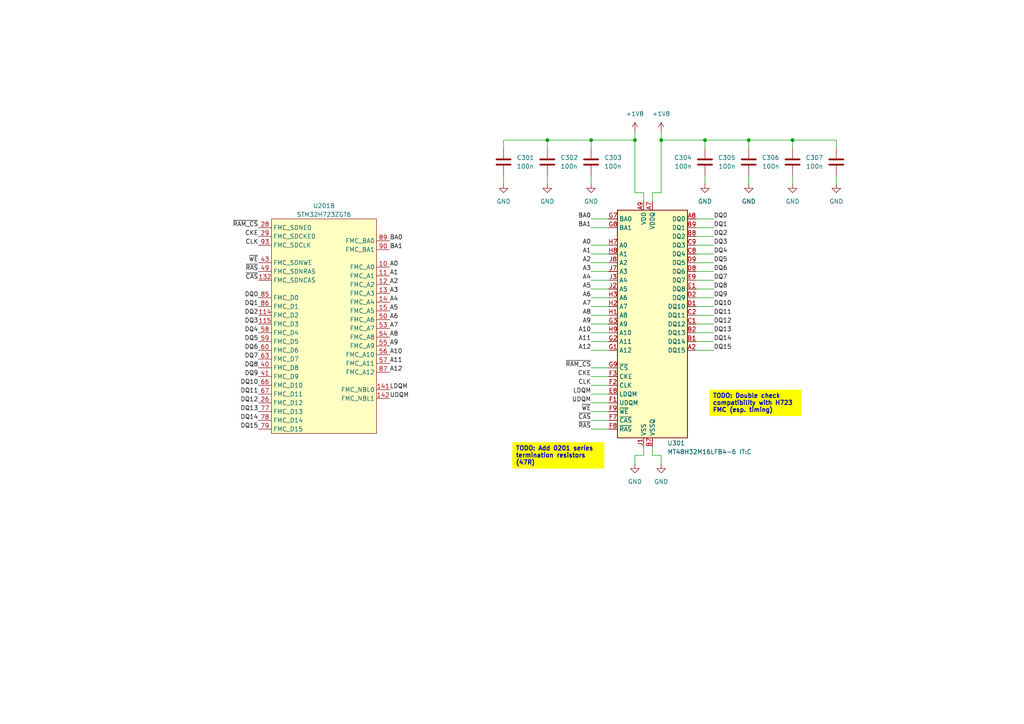
<source format=kicad_sch>
(kicad_sch (version 20231120) (generator "eeschema") (generator_version "8.0")
  (paper "A4")
  (lib_symbols
    (symbol "Device:C" (pin_numbers hide) (pin_names (offset 0.254))
      (property "Reference" "C" (at 0.635 2.54 0))
      (property "Value" "C" (at 0.635 -2.54 0))
      (symbol "C_0_1"
        (polyline (pts (xy -2.032 -0.762) (xy 2.032 -0.762)) (stroke (width 0.508)))
        (polyline (pts (xy -2.032 0.762) (xy 2.032 0.762)) (stroke (width 0.508)))
      )
      (symbol "C_1_1"
        (pin passive line (at 0 3.81 270) (length 2.794) (name "~") (number "1"))
        (pin passive line (at 0 -3.81 90) (length 2.794) (name "~") (number "2"))
      )
    )
    (symbol "FTCU:MT48H32M16LFB4-6"
      (property "Reference" "U" (at -8.89 34.29 0))
      (property "Value" "MT48H32M16LFB4-6" (at 11.684 34.544 0))
      (symbol "MT48H32M16LFB4-6_0_1"
        (rectangle (start -10.16 33.02) (end 10.16 -33.02) (stroke (width 0.254)) (fill (type background)))
      )
      (symbol "MT48H32M16LFB4-6_1_1"
        (pin passive line (at -2.54 -35.56 90) (length 2.54) hide (name "VSS") (number "A1"))
        (pin bidirectional line (at 12.7 -7.62 180) (length 2.54) (name "DQ15") (number "A2"))
        (pin passive line (at 0 -35.56 90) (length 2.54) hide (name "VSSQ") (number "A3"))
        (pin power_in line (at 0 35.56 270) (length 2.54) (name "VDDQ") (number "A7"))
        (pin bidirectional line (at 12.7 30.48 180) (length 2.54) (name "DQ0") (number "A8"))
        (pin power_in line (at -2.54 35.56 270) (length 2.54) (name "VDD") (number "A9"))
        (pin bidirectional line (at 12.7 -5.08 180) (length 2.54) (name "DQ14") (number "B1"))
        (pin bidirectional line (at 12.7 -2.54 180) (length 2.54) (name "DQ13") (number "B2"))
        (pin passive line (at 0 35.56 270) (length 2.54) hide (name "VDDQ") (number "B3"))
        (pin power_in line (at 0 -35.56 90) (length 2.54) (name "VSSQ") (number "B7"))
        (pin bidirectional line (at 12.7 25.4 180) (length 2.54) (name "DQ2") (number "B8"))
        (pin bidirectional line (at 12.7 27.94 180) (length 2.54) (name "DQ1") (number "B9"))
        (pin bidirectional line (at 12.7 0 180) (length 2.54) (name "DQ12") (number "C1"))
        (pin bidirectional line (at 12.7 2.54 180) (length 2.54) (name "DQ11") (number "C2"))
        (pin passive line (at 0 -35.56 90) (length 2.54) hide (name "VSSQ") (number "C3"))
        (pin passive line (at 0 35.56 270) (length 2.54) hide (name "VDDQ") (number "C7"))
        (pin bidirectional line (at 12.7 20.32 180) (length 2.54) (name "DQ4") (number "C8"))
        (pin bidirectional line (at 12.7 22.86 180) (length 2.54) (name "DQ3") (number "C9"))
        (pin bidirectional line (at 12.7 5.08 180) (length 2.54) (name "DQ10") (number "D1"))
        (pin bidirectional line (at 12.7 7.62 180) (length 2.54) (name "DQ9") (number "D2"))
        (pin passive line (at 0 35.56 270) (length 2.54) hide (name "VDDQ") (number "D3"))
        (pin passive line (at 0 -35.56 90) (length 2.54) hide (name "VSSQ") (number "D7"))
        (pin bidirectional line (at 12.7 15.24 180) (length 2.54) (name "DQ6") (number "D8"))
        (pin bidirectional line (at 12.7 17.78 180) (length 2.54) (name "DQ5") (number "D9"))
        (pin bidirectional line (at 12.7 10.16 180) (length 2.54) (name "DQ8") (number "E1"))
        (pin no_connect line (at 10.16 -20.32 180) (length 2.54) hide (name "DNU") (number "E2"))
        (pin passive line (at -2.54 -35.56 90) (length 2.54) hide (name "VSS") (number "E3"))
        (pin passive line (at -2.54 35.56 270) (length 2.54) hide (name "VDD") (number "E7"))
        (pin input line (at -12.7 -20.32 0) (length 2.54) (name "LDQM") (number "E8"))
        (pin bidirectional line (at 12.7 12.7 180) (length 2.54) (name "DQ7") (number "E9"))
        (pin input line (at -12.7 -22.86 0) (length 2.54) (name "UDQM") (number "F1"))
        (pin input line (at -12.7 -17.78 0) (length 2.54) (name "CLK") (number "F2"))
        (pin input line (at -12.7 -15.24 0) (length 2.54) (name "CKE") (number "F3"))
        (pin input line (at -12.7 -27.94 0) (length 2.54) (name "~{CAS}") (number "F7"))
        (pin input line (at -12.7 -30.48 0) (length 2.54) (name "~{RAS}") (number "F8"))
        (pin input line (at -12.7 -25.4 0) (length 2.54) (name "~{WE}") (number "F9"))
        (pin input line (at -12.7 -7.62 0) (length 2.54) (name "A12") (number "G1"))
        (pin input line (at -12.7 -5.08 0) (length 2.54) (name "A11") (number "G2"))
        (pin input line (at -12.7 0 0) (length 2.54) (name "A9") (number "G3"))
        (pin input line (at -12.7 30.48 0) (length 2.54) (name "BA0") (number "G7"))
        (pin input line (at -12.7 27.94 0) (length 2.54) (name "BA1") (number "G8"))
        (pin input line (at -12.7 -12.7 0) (length 2.54) (name "~{CS}") (number "G9"))
        (pin input line (at -12.7 2.54 0) (length 2.54) (name "A8") (number "H1"))
        (pin input line (at -12.7 5.08 0) (length 2.54) (name "A7") (number "H2"))
        (pin input line (at -12.7 7.62 0) (length 2.54) (name "A6") (number "H3"))
        (pin input line (at -12.7 22.86 0) (length 2.54) (name "A0") (number "H7"))
        (pin input line (at -12.7 20.32 0) (length 2.54) (name "A1") (number "H8"))
        (pin input line (at -12.7 -2.54 0) (length 2.54) (name "A10") (number "H9"))
        (pin power_in line (at -2.54 -35.56 90) (length 2.54) (name "VSS") (number "J1"))
        (pin input line (at -12.7 10.16 0) (length 2.54) (name "A5") (number "J2"))
        (pin input line (at -12.7 12.7 0) (length 2.54) (name "A4") (number "J3"))
        (pin input line (at -12.7 15.24 0) (length 2.54) (name "A3") (number "J7"))
        (pin input line (at -12.7 17.78 0) (length 2.54) (name "A2") (number "J8"))
        (pin passive line (at -2.54 35.56 270) (length 2.54) hide (name "VDD") (number "J9"))
      )
    )
    (symbol "FTCU:STM32H723ZG"
      (property "Reference" "U" (at 0 16.764 0))
      (symbol "STM32H723ZG_1_1"
        (rectangle (start -8.89 8.89) (end 7.62 -10.16) (fill (type background)))
        (pin passive line (at 1.27 12.7 270) (length 3.81) hide (name "VCAP") (number "106"))
        (pin passive line (at -1.27 -13.97 90) (length 3.81) hide (name "VSS") (number "107"))
        (pin passive line (at -6.35 12.7 270) (length 3.81) hide (name "VDD") (number "108"))
        (pin passive line (at -1.27 -13.97 90) (length 3.81) hide (name "VSS") (number "120"))
        (pin passive line (at -6.35 12.7 270) (length 3.81) hide (name "VDD") (number "121"))
        (pin passive line (at -1.27 -13.97 90) (length 3.81) hide (name "VSS") (number "130"))
        (pin passive line (at -6.35 12.7 270) (length 3.81) hide (name "VDD") (number "131"))
        (pin passive line (at -6.35 12.7 270) (length 3.81) hide (name "VDD") (number "144"))
        (pin power_in line (at -1.27 -13.97 90) (length 3.81) (name "VSS") (number "16"))
        (pin power_in line (at -6.35 12.7 270) (length 3.81) (name "VDD") (number "17"))
        (pin passive line (at -6.35 12.7 270) (length 3.81) hide (name "VDD") (number "30"))
        (pin power_in line (at 1.27 -13.97 90) (length 3.81) (name "VSSA") (number "31"))
        (pin power_out line (at 3.81 12.7 270) (length 3.81) (name "VREF+") (number "32"))
        (pin power_in line (at -3.81 12.7 270) (length 3.81) (name "VDDA") (number "33"))
        (pin passive line (at -1.27 -13.97 90) (length 3.81) hide (name "VSS") (number "38"))
        (pin passive line (at -6.35 12.7 270) (length 3.81) hide (name "VDD") (number "39"))
        (pin passive line (at -1.27 -13.97 90) (length 3.81) hide (name "VSS") (number "51"))
        (pin passive line (at -6.35 12.7 270) (length 3.81) hide (name "VDD") (number "52"))
        (pin power_in line (at 6.35 12.7 270) (length 3.81) (name "VBAT") (number "6"))
        (pin passive line (at -1.27 -13.97 90) (length 3.81) hide (name "VSS") (number "61"))
        (pin passive line (at -6.35 12.7 270) (length 3.81) hide (name "VDD") (number "62"))
        (pin power_out line (at 1.27 12.7 270) (length 3.81) (name "VCAP") (number "71"))
        (pin passive line (at -6.35 12.7 270) (length 3.81) hide (name "VDD") (number "72"))
        (pin passive line (at -1.27 -13.97 90) (length 3.81) hide (name "VSS") (number "83"))
        (pin passive line (at -6.35 12.7 270) (length 3.81) hide (name "VDD") (number "84"))
        (pin passive line (at -1.27 -13.97 90) (length 3.81) hide (name "VSS") (number "94"))
        (pin power_in line (at -1.27 12.7 270) (length 3.81) (name "VDD33USB") (number "95"))
      )
      (symbol "STM32H723ZG_2_1"
        (rectangle (start -15.24 30.48) (end 15.24 -31.75) (fill (type background)))
        (pin output line (at 19.05 16.51 180) (length 3.81) (name "FMC_A0") (number "10"))
        (pin output line (at 19.05 13.97 180) (length 3.81) (name "FMC_A1") (number "11"))
        (pin bidirectional line (at -19.05 2.54 0) (length 3.81) (name "FMC_D2") (number "114"))
        (pin bidirectional line (at -19.05 0 0) (length 3.81) (name "FMC_D3") (number "115"))
        (pin output line (at 19.05 11.43 180) (length 3.81) (name "FMC_A2") (number "12"))
        (pin output line (at 19.05 8.89 180) (length 3.81) (name "FMC_A3") (number "13"))
        (pin output line (at -19.05 12.7 0) (length 3.81) (name "FMC_SDNCAS") (number "132"))
        (pin output line (at 19.05 6.35 180) (length 3.81) (name "FMC_A4") (number "14"))
        (pin output line (at 19.05 -19.05 180) (length 3.81) (name "FMC_NBL0") (number "141"))
        (pin output line (at 19.05 -21.59 180) (length 3.81) (name "FMC_NBL1") (number "142"))
        (pin output line (at 19.05 3.81 180) (length 3.81) (name "FMC_A5") (number "15"))
        (pin bidirectional line (at -19.05 -22.86 0) (length 3.81) (name "FMC_D12") (number "26"))
        (pin output line (at -19.05 27.94 0) (length 3.81) (name "FMC_SDNE0") (number "28"))
        (pin output line (at -19.05 25.4 0) (length 3.81) (name "FMC_SDCKE0") (number "29"))
        (pin bidirectional line (at -19.05 -12.7 0) (length 3.81) (name "FMC_D8") (number "40"))
        (pin bidirectional line (at -19.05 -15.24 0) (length 3.81) (name "FMC_D9") (number "41"))
        (pin output line (at -19.05 17.78 0) (length 3.81) (name "FMC_SDNWE") (number "43"))
        (pin output line (at -19.05 15.24 0) (length 3.81) (name "FMC_SDNRAS") (number "49"))
        (pin output line (at 19.05 1.27 180) (length 3.81) (name "FMC_A6") (number "50"))
        (pin output line (at 19.05 -1.27 180) (length 3.81) (name "FMC_A7") (number "53"))
        (pin output line (at 19.05 -3.81 180) (length 3.81) (name "FMC_A8") (number "54"))
        (pin output line (at 19.05 -6.35 180) (length 3.81) (name "FMC_A9") (number "55"))
        (pin output line (at 19.05 -8.89 180) (length 3.81) (name "FMC_A10") (number "56"))
        (pin output line (at 19.05 -11.43 180) (length 3.81) (name "FMC_A11") (number "57"))
        (pin bidirectional line (at -19.05 -2.54 0) (length 3.81) (name "FMC_D4") (number "58"))
        (pin bidirectional line (at -19.05 -5.08 0) (length 3.81) (name "FMC_D5") (number "59"))
        (pin bidirectional line (at -19.05 -7.62 0) (length 3.81) (name "FMC_D6") (number "60"))
        (pin bidirectional line (at -19.05 -10.16 0) (length 3.81) (name "FMC_D7") (number "63"))
        (pin bidirectional line (at -19.05 -17.78 0) (length 3.81) (name "FMC_D10") (number "66"))
        (pin bidirectional line (at -19.05 -20.32 0) (length 3.81) (name "FMC_D11") (number "67"))
        (pin bidirectional line (at -19.05 -25.4 0) (length 3.81) (name "FMC_D13") (number "77"))
        (pin bidirectional line (at -19.05 -27.94 0) (length 3.81) (name "FMC_D14") (number "78"))
        (pin bidirectional line (at -19.05 -30.48 0) (length 3.81) (name "FMC_D15") (number "79"))
        (pin bidirectional line (at -19.05 7.62 0) (length 3.81) (name "FMC_D0") (number "85"))
        (pin bidirectional line (at -19.05 5.08 0) (length 3.81) (name "FMC_D1") (number "86"))
        (pin output line (at 19.05 -13.97 180) (length 3.81) (name "FMC_A12") (number "87"))
        (pin output line (at 19.05 24.13 180) (length 3.81) (name "FMC_BA0") (number "89"))
        (pin output line (at 19.05 21.59 180) (length 3.81) (name "FMC_BA1") (number "90"))
        (pin output line (at -19.05 22.86 0) (length 3.81) (name "FMC_SDCLK") (number "93"))
      )
      (symbol "STM32H723ZG_3_1"
        (rectangle (start -17.78 15.24) (end 17.78 -14.605) (fill (type background)))
        (pin bidirectional line (at 21.59 0 180) (length 3.81) (name "OCTOSPIM_P1_IO2") (number "1"))
        (pin bidirectional line (at -21.59 0 0) (length 3.81) (name "SDMMC1_D2") (number "111"))
        (pin bidirectional line (at -21.59 -2.54 0) (length 3.81) (name "SDMMC1_D3") (number "112"))
        (pin output line (at -21.59 12.7 0) (length 3.81) (name "SDMMC1_CK") (number "113"))
        (pin output line (at -21.59 10.16 0) (length 3.81) (name "SDMMC1_CMD") (number "116"))
        (pin input line (at -21.59 -7.62 0) (length 3.81) (name "SD_Detect") (number "117"))
        (pin output line (at 21.59 -12.7 180) (length 3.81) (name "EEPROM_WP") (number "129"))
        (pin output line (at 21.59 -7.62 180) (length 3.81) (name "I2C1_SCL") (number "136"))
        (pin tri_state line (at 21.59 -10.16 180) (length 3.81) (name "I2C1_SDA") (number "137"))
        (pin bidirectional line (at 21.59 5.08 180) (length 3.81) (name "OCTOSPIM_P1_IO0") (number "20"))
        (pin bidirectional line (at 21.59 2.54 180) (length 3.81) (name "OCTOSPIM_P1_IO1") (number "21"))
        (pin output line (at 21.59 12.7 180) (length 3.81) (name "OCTOSPIM_P1_CLK") (number "22"))
        (pin bidirectional line (at 21.59 -2.54 180) (length 3.81) (name "OCTOSPIM_P1_IO3") (number "35"))
        (pin output line (at 21.59 10.16 180) (length 3.81) (name "OCTOSPIM_P1_NCS") (number "64"))
        (pin bidirectional line (at -21.59 5.08 0) (length 3.81) (name "SDMMC1_D0") (number "98"))
        (pin bidirectional line (at -21.59 2.54 0) (length 3.81) (name "SDMMC1_D1") (number "99"))
      )
      (symbol "STM32H723ZG_4_1"
        (rectangle (start -13.97 12.7) (end 12.7 -12.7) (fill (type background)))
        (pin bidirectional line (at 16.51 7.62 180) (length 3.81) (name "DEBUG_JTMS-SWDIO") (number "105"))
        (pin input line (at 16.51 10.16 180) (length 3.81) (name "DEBUG_JTCK-SWCLK") (number "109"))
        (pin output line (at 16.51 5.08 180) (length 3.81) (name "DEBUG_JTDO-SWO") (number "133"))
        (pin input line (at 16.51 -2.54 180) (length 3.81) (name "BOOT0") (number "138"))
        (pin input line (at 16.51 -7.62 180) (length 3.81) (name "PDR_ON") (number "143"))
        (pin input line (at -17.78 -7.62 0) (length 3.81) (name "RCC_OSC_IN") (number "23"))
        (pin output line (at -17.78 -10.16 0) (length 3.81) (name "RCC_OSC_OUT") (number "24"))
        (pin bidirectional line (at 16.51 0 180) (length 3.81) (name "NRST") (number "25"))
        (pin input line (at -17.78 0 0) (length 3.81) (name "RCC_OSC32_IN") (number "8"))
        (pin output line (at -17.78 -2.54 0) (length 3.81) (name "RCC_OSC32_OUT") (number "9"))
      )
      (symbol "STM32H723ZG_5_1"
        (rectangle (start -15.24 8.89) (end 16.51 -8.89) (fill (type background)))
        (pin output line (at -19.05 -5.08 0) (length 3.81) (name "USB_Enable_Pullup") (number "101"))
        (pin input line (at -19.05 -2.54 0) (length 3.81) (name "USB_VBUS_Present") (number "102"))
        (pin bidirectional line (at -19.05 5.08 0) (length 3.81) (name "USB_OTG_HS_DM") (number "103"))
        (pin bidirectional line (at -19.05 2.54 0) (length 3.81) (name "USB_OTG_HS_DP") (number "104"))
        (pin input line (at 20.32 6.35 180) (length 3.81) (name "FDCAN1_RX") (number "139"))
        (pin output line (at 20.32 3.81 180) (length 3.81) (name "FDCAN1_TX") (number "140"))
        (pin input line (at 20.32 -3.81 180) (length 3.81) (name "FDCAN3_RX") (number "18"))
        (pin output line (at 20.32 -6.35 180) (length 3.81) (name "FDCAN3_TX") (number "19"))
        (pin input line (at 20.32 1.27 180) (length 3.81) (name "FDCAN2_RX") (number "73"))
        (pin output line (at 20.32 -1.27 180) (length 3.81) (name "FDCAN2_TX") (number "74"))
      )
      (symbol "STM32H723ZG_6_1"
        (rectangle (start -39.37 85.09) (end -22.86 21.59) (fill (type background)))
        (pin no_connect line (at -43.18 53.34 0) (length 3.81) (name "PA8") (number "100"))
        (pin no_connect line (at -43.18 50.8 0) (length 3.81) (name "PA15") (number "110"))
        (pin no_connect line (at -43.18 48.26 0) (length 3.81) (name "PD4") (number "118"))
        (pin no_connect line (at -43.18 45.72 0) (length 3.81) (name "PD5") (number "119"))
        (pin no_connect line (at -43.18 43.18 0) (length 3.81) (name "PD6") (number "122"))
        (pin no_connect line (at -43.18 40.64 0) (length 3.81) (name "PD7") (number "123"))
        (pin output line (at -19.05 34.29 180) (length 3.81) (name "STATUS1") (number "124"))
        (pin output line (at -19.05 31.75 180) (length 3.81) (name "STATUS2") (number "125"))
        (pin output line (at -19.05 29.21 180) (length 3.81) (name "STATUS3") (number "126"))
        (pin output line (at -19.05 26.67 180) (length 3.81) (name "STATUS4") (number "127"))
        (pin no_connect line (at -43.18 38.1 0) (length 3.81) (name "PG13") (number "128"))
        (pin no_connect line (at -43.18 35.56 0) (length 3.81) (name "PB4") (number "134"))
        (pin output line (at -19.05 24.13 180) (length 3.81) (name "BOOT0_CHARGE") (number "135"))
        (pin no_connect line (at -19.05 82.55 180) (length 3.81) (name "PE3") (number "2"))
        (pin no_connect line (at -19.05 69.85 180) (length 3.81) (name "PC1") (number "27"))
        (pin no_connect line (at -19.05 80.01 180) (length 3.81) (name "PE4") (number "3"))
        (pin no_connect line (at -19.05 67.31 180) (length 3.81) (name "PA0") (number "34"))
        (pin no_connect line (at -19.05 64.77 180) (length 3.81) (name "PA2") (number "36"))
        (pin no_connect line (at -19.05 62.23 180) (length 3.81) (name "PA3") (number "37"))
        (pin no_connect line (at -19.05 77.47 180) (length 3.81) (name "PE5") (number "4"))
        (pin no_connect line (at -19.05 59.69 180) (length 3.81) (name "PA6") (number "42"))
        (pin no_connect line (at -19.05 57.15 180) (length 3.81) (name "PC4") (number "44"))
        (pin no_connect line (at -19.05 54.61 180) (length 3.81) (name "PC5") (number "45"))
        (pin no_connect line (at -19.05 52.07 180) (length 3.81) (name "PB0") (number "46"))
        (pin no_connect line (at -19.05 49.53 180) (length 3.81) (name "PB1") (number "47"))
        (pin no_connect line (at -19.05 46.99 180) (length 3.81) (name "PB2") (number "48"))
        (pin no_connect line (at -19.05 74.93 180) (length 3.81) (name "PE6") (number "5"))
        (pin no_connect line (at -19.05 44.45 180) (length 3.81) (name "PE12") (number "65"))
        (pin no_connect line (at -19.05 41.91 180) (length 3.81) (name "PE15") (number "68"))
        (pin no_connect line (at -19.05 39.37 180) (length 3.81) (name "PB10") (number "69"))
        (pin no_connect line (at -19.05 72.39 180) (length 3.81) (name "PC13") (number "7"))
        (pin no_connect line (at -19.05 36.83 180) (length 3.81) (name "PB11") (number "70"))
        (pin no_connect line (at -43.18 78.74 0) (length 3.81) (name "PB14") (number "75"))
        (pin no_connect line (at -43.18 76.2 0) (length 3.81) (name "PB15") (number "76"))
        (pin no_connect line (at -43.18 73.66 0) (length 3.81) (name "PD11") (number "80"))
        (pin no_connect line (at -43.18 71.12 0) (length 3.81) (name "PD12") (number "81"))
        (pin no_connect line (at -43.18 68.58 0) (length 3.81) (name "PD13") (number "82"))
        (pin no_connect line (at -43.18 66.04 0) (length 3.81) (name "PG3") (number "88"))
        (pin no_connect line (at -43.18 63.5 0) (length 3.81) (name "PG6") (number "91"))
        (pin no_connect line (at -43.18 60.96 0) (length 3.81) (name "PG7") (number "92"))
        (pin no_connect line (at -43.18 58.42 0) (length 3.81) (name "PC6") (number "96"))
        (pin no_connect line (at -43.18 55.88 0) (length 3.81) (name "PC7") (number "97"))
      )
    )
    (symbol "power:+1V8" (power) (pin_numbers hide) (pin_names (offset 0) hide)
      (property "Value" "+1V8" (at 0 3.556 0))
      (symbol "+1V8_0_1"
        (polyline (pts (xy -0.762 1.27) (xy 0 2.54)))
        (polyline (pts (xy 0 0) (xy 0 2.54)))
        (polyline (pts (xy 0 2.54) (xy 0.762 1.27)))
      )
      (symbol "+1V8_1_1"
        (pin power_in line (at 0 0 90) (length 0) (name "~") (number "1"))
      )
    )
    (symbol "power:GND" (power) (pin_numbers hide) (pin_names (offset 0) hide)
      (property "Value" "GND" (at 0 -3.81 0))
      (symbol "GND_0_1"
        (polyline (pts (xy 0 0) (xy 0 -1.27) (xy 1.27 -1.27) (xy 0 -2.54) (xy -1.27 -1.27) (xy 0 -1.27)))
      )
      (symbol "GND_1_1"
        (pin power_in line (at 0 0 270) (length 0) (name "~") (number "1"))
      )
    )
  )
  (junction (at 171.45 40.64))
  (junction (at 204.47 40.64))
  (junction (at 184.15 40.64))
  (junction (at 217.17 40.64))
  (junction (at 158.75 40.64))
  (junction (at 191.77 40.64))
  (junction (at 229.87 40.64))
  (wire (pts (xy 207.01 99.06) (xy 201.93 99.06)))
  (wire (pts (xy 158.75 40.64) (xy 146.05 40.64)))
  (wire (pts (xy 207.01 63.5) (xy 201.93 63.5)))
  (wire (pts (xy 217.17 40.64) (xy 229.87 40.64)))
  (wire (pts (xy 171.45 78.74) (xy 176.53 78.74)))
  (wire (pts (xy 207.01 76.2) (xy 201.93 76.2)))
  (wire (pts (xy 229.87 40.64) (xy 242.57 40.64)))
  (wire (pts (xy 171.45 40.64) (xy 158.75 40.64)))
  (wire (pts (xy 171.45 114.3) (xy 176.53 114.3)))
  (wire (pts (xy 204.47 40.64) (xy 204.47 43.18)))
  (wire (pts (xy 171.45 86.36) (xy 176.53 86.36)))
  (wire (pts (xy 189.23 58.42) (xy 189.23 55.88)))
  (wire (pts (xy 171.45 40.64) (xy 171.45 43.18)))
  (wire (pts (xy 171.45 93.98) (xy 176.53 93.98)))
  (wire (pts (xy 171.45 101.6) (xy 176.53 101.6)))
  (wire (pts (xy 204.47 50.8) (xy 204.47 53.34)))
  (wire (pts (xy 171.45 109.22) (xy 176.53 109.22)))
  (wire (pts (xy 207.01 86.36) (xy 201.93 86.36)))
  (wire (pts (xy 217.17 40.64) (xy 217.17 43.18)))
  (wire (pts (xy 186.69 55.88) (xy 184.15 55.88)))
  (wire (pts (xy 207.01 81.28) (xy 201.93 81.28)))
  (wire (pts (xy 186.69 58.42) (xy 186.69 55.88)))
  (wire (pts (xy 171.45 76.2) (xy 176.53 76.2)))
  (wire (pts (xy 171.45 73.66) (xy 176.53 73.66)))
  (wire (pts (xy 242.57 40.64) (xy 242.57 43.18)))
  (wire (pts (xy 229.87 40.64) (xy 229.87 43.18)))
  (wire (pts (xy 207.01 83.82) (xy 201.93 83.82)))
  (wire (pts (xy 158.75 40.64) (xy 158.75 43.18)))
  (wire (pts (xy 171.45 99.06) (xy 176.53 99.06)))
  (wire (pts (xy 171.45 63.5) (xy 176.53 63.5)))
  (wire (pts (xy 171.45 71.12) (xy 176.53 71.12)))
  (wire (pts (xy 207.01 73.66) (xy 201.93 73.66)))
  (wire (pts (xy 204.47 40.64) (xy 217.17 40.64)))
  (wire (pts (xy 207.01 101.6) (xy 201.93 101.6)))
  (wire (pts (xy 207.01 91.44) (xy 201.93 91.44)))
  (wire (pts (xy 217.17 50.8) (xy 217.17 53.34)))
  (wire (pts (xy 171.45 96.52) (xy 176.53 96.52)))
  (wire (pts (xy 207.01 96.52) (xy 201.93 96.52)))
  (wire (pts (xy 171.45 124.46) (xy 176.53 124.46)))
  (wire (pts (xy 171.45 106.68) (xy 176.53 106.68)))
  (wire (pts (xy 186.69 132.08) (xy 184.15 132.08)))
  (wire (pts (xy 184.15 40.64) (xy 171.45 40.64)))
  (wire (pts (xy 207.01 66.04) (xy 201.93 66.04)))
  (wire (pts (xy 146.05 40.64) (xy 146.05 43.18)))
  (wire (pts (xy 171.45 66.04) (xy 176.53 66.04)))
  (wire (pts (xy 184.15 55.88) (xy 184.15 40.64)))
  (wire (pts (xy 171.45 111.76) (xy 176.53 111.76)))
  (wire (pts (xy 189.23 129.54) (xy 189.23 132.08)))
  (wire (pts (xy 207.01 68.58) (xy 201.93 68.58)))
  (wire (pts (xy 171.45 81.28) (xy 176.53 81.28)))
  (wire (pts (xy 229.87 50.8) (xy 229.87 53.34)))
  (wire (pts (xy 158.75 50.8) (xy 158.75 53.34)))
  (wire (pts (xy 171.45 121.92) (xy 176.53 121.92)))
  (wire (pts (xy 171.45 88.9) (xy 176.53 88.9)))
  (wire (pts (xy 207.01 71.12) (xy 201.93 71.12)))
  (wire (pts (xy 171.45 116.84) (xy 176.53 116.84)))
  (wire (pts (xy 184.15 132.08) (xy 184.15 134.62)))
  (wire (pts (xy 191.77 132.08) (xy 191.77 134.62)))
  (wire (pts (xy 207.01 88.9) (xy 201.93 88.9)))
  (wire (pts (xy 186.69 129.54) (xy 186.69 132.08)))
  (wire (pts (xy 171.45 83.82) (xy 176.53 83.82)))
  (wire (pts (xy 171.45 50.8) (xy 171.45 53.34)))
  (wire (pts (xy 171.45 91.44) (xy 176.53 91.44)))
  (wire (pts (xy 171.45 119.38) (xy 176.53 119.38)))
  (wire (pts (xy 189.23 132.08) (xy 191.77 132.08)))
  (wire (pts (xy 146.05 50.8) (xy 146.05 53.34)))
  (wire (pts (xy 242.57 50.8) (xy 242.57 53.34)))
  (wire (pts (xy 191.77 40.64) (xy 204.47 40.64)))
  (wire (pts (xy 191.77 55.88) (xy 191.77 40.64)))
  (wire (pts (xy 191.77 40.64) (xy 191.77 38.1)))
  (wire (pts (xy 184.15 40.64) (xy 184.15 38.1)))
  (wire (pts (xy 207.01 93.98) (xy 201.93 93.98)))
  (wire (pts (xy 207.01 78.74) (xy 201.93 78.74)))
  (wire (pts (xy 189.23 55.88) (xy 191.77 55.88)))
  (text_box "TODO: Double check compatibility with H723 FMC (esp. timing)" (at 205.74 113.03 0) (size 26.67 7.62) (stroke (width -0.0001)) (fill (type color) (color 255 255 0 1)) (effects (font (size 1.27 1.27) (thickness 0.254) (bold yes)) (justify left top)))
  (text_box "TODO: Add 0201 series termination resistors (47R)" (at 148.59 128.27 0) (size 26.67 7.62) (stroke (width -0.0001)) (fill (type color) (color 255 255 0 1)) (effects (font (size 1.27 1.27) (thickness 0.254) (bold yes)) (justify left top)))
  (label "DQ8" (at 74.93 106.68 180))
  (label "A12" (at 113.03 107.95 0))
  (label "UDQM" (at 171.45 116.84 180))
  (label "A8" (at 113.03 97.79 0))
  (label "DQ8" (at 207.01 83.82 0))
  (label "DQ6" (at 207.01 78.74 0))
  (label "A10" (at 113.03 102.87 0))
  (label "A9" (at 171.45 93.98 180))
  (label "DQ15" (at 207.01 101.6 0))
  (label "DQ10" (at 207.01 88.9 0))
  (label "DQ14" (at 74.93 121.92 180))
  (label "BA0" (at 171.45 63.5 180) (effects (font (thickness 0.1588))))
  (label "UDQM" (at 113.03 115.57 0))
  (label "DQ14" (at 207.01 99.06 0))
  (label "A8" (at 171.45 91.44 180))
  (label "DQ10" (at 74.93 111.76 180))
  (label "BA1" (at 113.03 72.39 0) (effects (font (thickness 0.1588))))
  (label "DQ0" (at 74.93 86.36 180))
  (label "DQ4" (at 74.93 96.52 180))
  (label "~{RAS}" (at 74.93 78.74 180))
  (label "A6" (at 171.45 86.36 180))
  (label "CLK" (at 74.93 71.12 180))
  (label "DQ5" (at 207.01 76.2 0))
  (label "A0" (at 113.03 77.47 0) (effects (font (thickness 0.1588))))
  (label "A1" (at 113.03 80.01 0))
  (label "DQ2" (at 207.01 68.58 0))
  (label "~{WE}" (at 74.93 76.2 180))
  (label "~{CAS}" (at 74.93 81.28 180))
  (label "A3" (at 113.03 85.09 0))
  (label "DQ12" (at 207.01 93.98 0))
  (label "~{WE}" (at 171.45 119.38 180))
  (label "CLK" (at 171.45 111.76 180))
  (label "DQ9" (at 74.93 109.22 180))
  (label "CKE" (at 171.45 109.22 180))
  (label "A10" (at 171.45 96.52 180))
  (label "A2" (at 113.03 82.55 0))
  (label "CKE" (at 74.93 68.58 180))
  (label "DQ5" (at 74.93 99.06 180))
  (label "BA0" (at 113.03 69.85 0) (effects (font (thickness 0.1588))))
  (label "DQ15" (at 74.93 124.46 180))
  (label "DQ13" (at 207.01 96.52 0))
  (label "A11" (at 113.03 105.41 0))
  (label "A7" (at 171.45 88.9 180))
  (label "DQ9" (at 207.01 86.36 0))
  (label "A4" (at 113.03 87.63 0))
  (label "DQ6" (at 74.93 101.6 180))
  (label "A3" (at 171.45 78.74 180))
  (label "~{RAS}" (at 171.45 124.46 180))
  (label "DQ3" (at 207.01 71.12 0))
  (label "DQ12" (at 74.93 116.84 180))
  (label "LDQM" (at 171.45 114.3 180))
  (label "A5" (at 113.03 90.17 0))
  (label "DQ2" (at 74.93 91.44 180))
  (label "DQ1" (at 207.01 66.04 0))
  (label "A4" (at 171.45 81.28 180))
  (label "A9" (at 113.03 100.33 0))
  (label "~{CAS}" (at 171.45 121.92 180))
  (label "DQ1" (at 74.93 88.9 180))
  (label "BA1" (at 171.45 66.04 180) (effects (font (thickness 0.1588))))
  (label "~{RAM_CS}" (at 171.45 106.68 180))
  (label "A11" (at 171.45 99.06 180))
  (label "DQ7" (at 207.01 81.28 0))
  (label "~{RAM_CS}" (at 74.93 66.04 180))
  (label "A7" (at 113.03 95.25 0))
  (label "DQ0" (at 207.01 63.5 0))
  (label "A6" (at 113.03 92.71 0))
  (label "DQ3" (at 74.93 93.98 180))
  (label "DQ7" (at 74.93 104.14 180))
  (label "A1" (at 171.45 73.66 180))
  (label "LDQM" (at 113.03 113.03 0))
  (label "A2" (at 171.45 76.2 180))
  (label "DQ11" (at 74.93 114.3 180))
  (label "A12" (at 171.45 101.6 180))
  (label "DQ13" (at 74.93 119.38 180))
  (label "DQ11" (at 207.01 91.44 0))
  (label "A0" (at 171.45 71.12 180) (effects (font (thickness 0.1588))))
  (label "DQ4" (at 207.01 73.66 0))
  (label "A5" (at 171.45 83.82 180))
  (symbol (lib_id "Device:C") (at 204.47 46.99 0) (mirror x) (unit 1)
    (property "Reference" "C304" (at 200.66 45.7199 0) (effects (justify right)))
    (property "Value" "100n" (at 200.66 48.2599 0) (effects (justify right)))
    (property "Footprint" "Capacitor_SMD:C_0402_1005Metric" (effects (hide yes)))
    (property "Description" "Unpolarized capacitor" (effects (hide yes)))
  )
  (symbol (lib_id "power:+1V8") (at 191.77 38.1 0) (unit 1)
    (property "Reference" "#PWR0302" (effects (hide yes)))
    (property "Value" "+1V8" (at 191.77 33.02 0))
    (property "Description" "Power symbol creates a global label with name \"+1V8\"" (effects (hide yes)))
  )
  (symbol (lib_id "power:GND") (at 191.77 134.62 0) (unit 1)
    (property "Reference" "#PWR0311" (effects (hide yes)))
    (property "Value" "GND" (at 191.77 139.7 0))
    (property "Description" "Power symbol creates a global label with name \"GND\" , ground" (effects (hide yes)))
  )
  (symbol (lib_id "Device:C") (at 242.57 46.99 0) (mirror x) (unit 1)
    (property "Reference" "C307" (at 238.76 45.7199 0) (effects (justify right)))
    (property "Value" "100n" (at 238.76 48.2599 0) (effects (justify right)))
    (property "Footprint" "Capacitor_SMD:C_0402_1005Metric" (effects (hide yes)))
    (property "Description" "Unpolarized capacitor" (effects (hide yes)))
  )
  (symbol (lib_id "Device:C") (at 158.75 46.99 180) (unit 1)
    (property "Reference" "C302" (at 162.56 45.7199 0) (effects (justify right)))
    (property "Value" "100n" (at 162.56 48.2599 0) (effects (justify right)))
    (property "Footprint" "Capacitor_SMD:C_0402_1005Metric" (effects (hide yes)))
    (property "Description" "Unpolarized capacitor" (effects (hide yes)))
  )
  (symbol (lib_id "power:GND") (at 158.75 53.34 0) (unit 1)
    (property "Reference" "#PWR0304" (effects (hide yes)))
    (property "Value" "GND" (at 158.75 58.42 0))
    (property "Description" "Power symbol creates a global label with name \"GND\" , ground" (effects (hide yes)))
  )
  (symbol (lib_id "power:GND") (at 204.47 53.34 0) (mirror y) (unit 1)
    (property "Reference" "#PWR0306" (effects (hide yes)))
    (property "Value" "GND" (at 204.47 58.42 0))
    (property "Description" "Power symbol creates a global label with name \"GND\" , ground" (effects (hide yes)))
  )
  (symbol (lib_id "FTCU:STM32H723ZG") (at 93.98 93.98 0) (unit 2)
    (property "Reference" "U201" (at 93.98 59.69 0))
    (property "Value" "STM32H723ZGT6" (at 93.98 62.23 0))
    (property "Footprint" "Package_QFP:LQFP-144_20x20mm_P0.5mm" (effects (hide yes)))
    (property "Datasheet" "https://www.st.com/resource/en/datasheet/stm32h723zg.pdf" (effects (hide yes)))
  )
  (symbol (lib_id "Device:C") (at 146.05 46.99 180) (unit 1)
    (property "Reference" "C301" (at 149.86 45.7199 0) (effects (justify right)))
    (property "Value" "100n" (at 149.86 48.2599 0) (effects (justify right)))
    (property "Footprint" "Capacitor_SMD:C_0402_1005Metric" (effects (hide yes)))
    (property "Description" "Unpolarized capacitor" (effects (hide yes)))
  )
  (symbol (lib_id "power:+1V8") (at 184.15 38.1 0) (unit 1)
    (property "Reference" "#PWR0301" (effects (hide yes)))
    (property "Value" "+1V8" (at 184.15 33.02 0))
    (property "Description" "Power symbol creates a global label with name \"+1V8\"" (effects (hide yes)))
  )
  (symbol (lib_id "power:GND") (at 171.45 53.34 0) (unit 1)
    (property "Reference" "#PWR0305" (effects (hide yes)))
    (property "Value" "GND" (at 171.45 58.42 0))
    (property "Description" "Power symbol creates a global label with name \"GND\" , ground" (effects (hide yes)))
  )
  (symbol (lib_id "power:GND") (at 146.05 53.34 0) (unit 1)
    (property "Reference" "#PWR0303" (effects (hide yes)))
    (property "Value" "GND" (at 146.05 58.42 0))
    (property "Description" "Power symbol creates a global label with name \"GND\" , ground" (effects (hide yes)))
  )
  (symbol (lib_id "Device:C") (at 171.45 46.99 180) (unit 1)
    (property "Reference" "C303" (at 175.26 45.7199 0) (effects (justify right)))
    (property "Value" "100n" (at 175.26 48.2599 0) (effects (justify right)))
    (property "Footprint" "Capacitor_SMD:C_0402_1005Metric" (effects (hide yes)))
    (property "Description" "Unpolarized capacitor" (effects (hide yes)))
  )
  (symbol (lib_id "power:GND") (at 229.87 53.34 0) (mirror y) (unit 1)
    (property "Reference" "#PWR0308" (effects (hide yes)))
    (property "Value" "GND" (at 229.87 58.42 0))
    (property "Description" "Power symbol creates a global label with name \"GND\" , ground" (effects (hide yes)))
  )
  (symbol (lib_id "Device:C") (at 217.17 46.99 0) (mirror x) (unit 1)
    (property "Reference" "C305" (at 213.36 45.7199 0) (effects (justify right)))
    (property "Value" "100n" (at 213.36 48.2599 0) (effects (justify right)))
    (property "Footprint" "Capacitor_SMD:C_0402_1005Metric" (effects (hide yes)))
    (property "Description" "Unpolarized capacitor" (effects (hide yes)))
  )
  (symbol (lib_id "power:GND") (at 184.15 134.62 0) (unit 1)
    (property "Reference" "#PWR0310" (effects (hide yes)))
    (property "Value" "GND" (at 184.15 139.7 0))
    (property "Description" "Power symbol creates a global label with name \"GND\" , ground" (effects (hide yes)))
  )
  (symbol (lib_id "power:GND") (at 242.57 53.34 0) (mirror y) (unit 1)
    (property "Reference" "#PWR0309" (effects (hide yes)))
    (property "Value" "GND" (at 242.57 58.42 0))
    (property "Description" "Power symbol creates a global label with name \"GND\" , ground" (effects (hide yes)))
  )
  (symbol (lib_id "Device:C") (at 229.87 46.99 0) (mirror x) (unit 1)
    (property "Reference" "C306" (at 226.06 45.7199 0) (effects (justify right)))
    (property "Value" "100n" (at 226.06 48.2599 0) (effects (justify right)))
    (property "Footprint" "Capacitor_SMD:C_0402_1005Metric" (effects (hide yes)))
    (property "Description" "Unpolarized capacitor" (effects (hide yes)))
  )
  (symbol (lib_id "power:GND") (at 217.17 53.34 0) (mirror y) (unit 1)
    (property "Reference" "#PWR0307" (effects (hide yes)))
    (property "Value" "GND" (at 217.17 58.42 0))
    (property "Description" "Power symbol creates a global label with name \"GND\" , ground" (effects (hide yes)))
  )
  (symbol (lib_id "FTCU:MT48H32M16LFB4-6") (at 189.23 93.98 0) (unit 1)
    (property "Reference" "U301" (at 193.548 128.524 0) (effects (justify left)))
    (property "Value" "MT48H32M16LFB4-6 IT:C" (at 193.548 131.064 0) (effects (justify left)))
    (property "Footprint" "FTCU:Micron_VFBGA-54_8x8mm_P0.8mm" (effects (hide yes)))
    (property "Datasheet" "https://wmsc.lcsc.com/wmsc/upload/file/pdf/v2/lcsc/2403291624_Micron-Tech-MT48H32M16LFB4-6-IT-C-TR_C2061935.pdf" (effects (hide yes)))
    (property "Description" "512M – (32M x 16 bit) Synchronous DRAM (SDRAM), VFBGA-54" (effects (hide yes)))
  )
)
</source>
